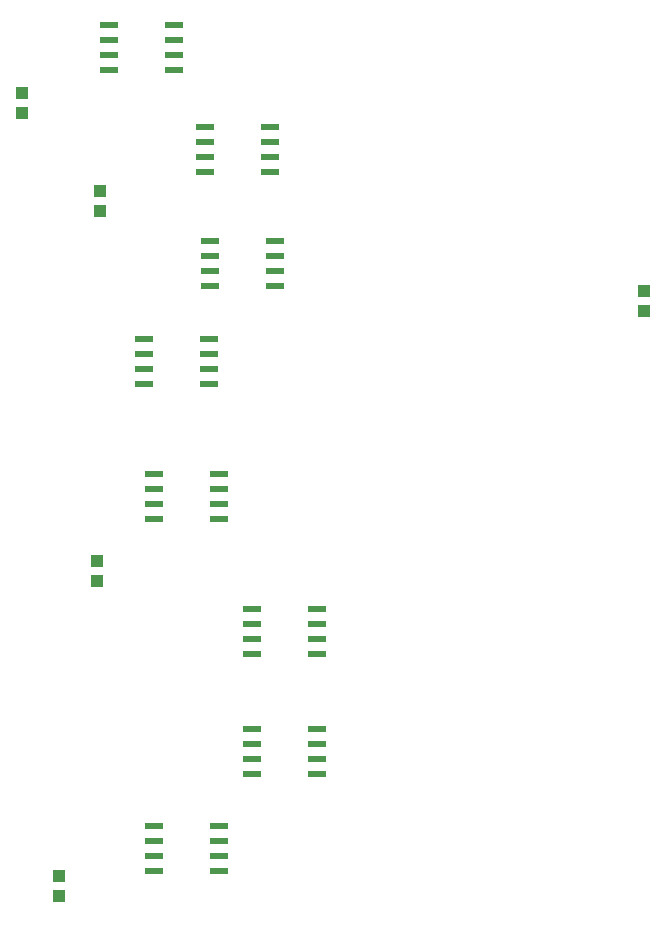
<source format=gtp>
G75*
%MOIN*%
%OFA0B0*%
%FSLAX24Y24*%
%IPPOS*%
%LPD*%
%AMOC8*
5,1,8,0,0,1.08239X$1,22.5*
%
%ADD10R,0.0600X0.0240*%
%ADD11R,0.0394X0.0433*%
D10*
X014820Y003900D03*
X014820Y004400D03*
X014820Y004900D03*
X014820Y005400D03*
X016980Y005400D03*
X016980Y004900D03*
X016980Y004400D03*
X016980Y003900D03*
X018070Y007150D03*
X018070Y007650D03*
X018070Y008150D03*
X018070Y008650D03*
X018070Y011150D03*
X018070Y011650D03*
X018070Y012150D03*
X018070Y012650D03*
X020230Y012650D03*
X020230Y012150D03*
X020230Y011650D03*
X020230Y011150D03*
X020230Y008650D03*
X020230Y008150D03*
X020230Y007650D03*
X020230Y007150D03*
X016980Y015650D03*
X016980Y016150D03*
X016980Y016650D03*
X016980Y017150D03*
X014820Y017150D03*
X014820Y016650D03*
X014820Y016150D03*
X014820Y015650D03*
X014470Y020150D03*
X014470Y020650D03*
X014470Y021150D03*
X014470Y021650D03*
X016630Y021650D03*
X016630Y021150D03*
X016630Y020650D03*
X016630Y020150D03*
X016670Y023400D03*
X016670Y023900D03*
X016670Y024400D03*
X016670Y024900D03*
X016520Y027200D03*
X016520Y027700D03*
X016520Y028200D03*
X016520Y028700D03*
X015480Y030600D03*
X015480Y031100D03*
X015480Y031600D03*
X015480Y032100D03*
X013320Y032100D03*
X013320Y031600D03*
X013320Y031100D03*
X013320Y030600D03*
X018680Y028700D03*
X018680Y028200D03*
X018680Y027700D03*
X018680Y027200D03*
X018830Y024900D03*
X018830Y024400D03*
X018830Y023900D03*
X018830Y023400D03*
D11*
X011650Y003065D03*
X011650Y003735D03*
X012900Y013565D03*
X012900Y014235D03*
X013000Y025915D03*
X013000Y026585D03*
X010400Y029165D03*
X010400Y029835D03*
X031150Y023235D03*
X031150Y022565D03*
M02*

</source>
